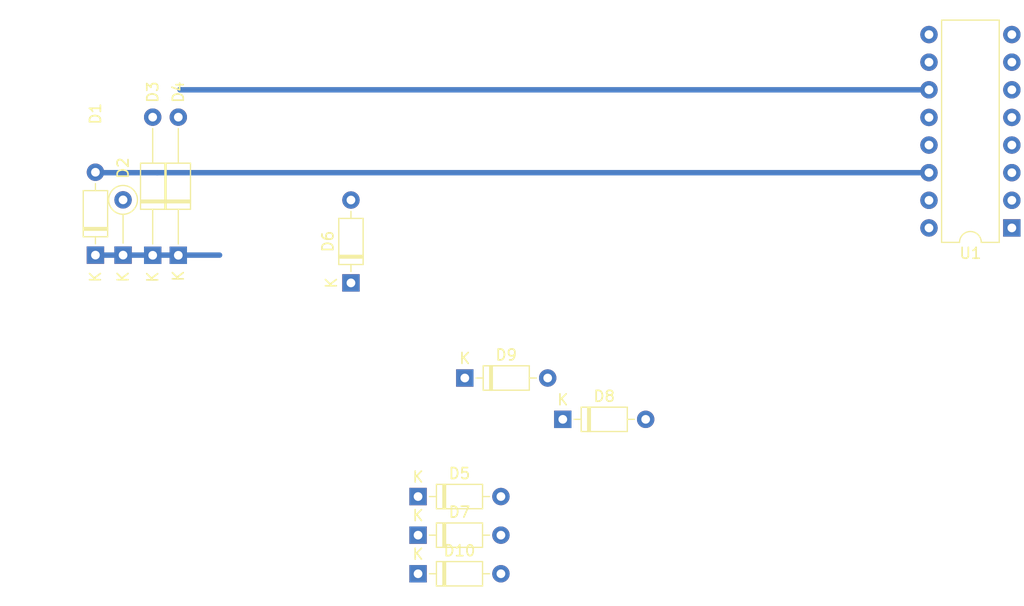
<source format=kicad_pcb>
(kicad_pcb (version 20171130) (host pcbnew "(5.1.10-1-10_14)")

  (general
    (thickness 1.6)
    (drawings 1)
    (tracks 7)
    (zones 0)
    (modules 11)
    (nets 23)
  )

  (page A4)
  (layers
    (0 F.Cu signal)
    (31 B.Cu signal)
    (32 B.Adhes user)
    (33 F.Adhes user)
    (34 B.Paste user)
    (35 F.Paste user)
    (36 B.SilkS user)
    (37 F.SilkS user)
    (38 B.Mask user)
    (39 F.Mask user)
    (40 Dwgs.User user)
    (41 Cmts.User user)
    (42 Eco1.User user)
    (43 Eco2.User user)
    (44 Edge.Cuts user)
    (45 Margin user)
    (46 B.CrtYd user)
    (47 F.CrtYd user)
    (48 B.Fab user)
    (49 F.Fab user)
  )

  (setup
    (last_trace_width 0.5)
    (user_trace_width 0.5)
    (trace_clearance 0.2)
    (zone_clearance 0.508)
    (zone_45_only no)
    (trace_min 0.2)
    (via_size 0.8)
    (via_drill 0.4)
    (via_min_size 0.4)
    (via_min_drill 0.3)
    (uvia_size 0.3)
    (uvia_drill 0.1)
    (uvias_allowed no)
    (uvia_min_size 0.2)
    (uvia_min_drill 0.1)
    (edge_width 0.05)
    (segment_width 0.2)
    (pcb_text_width 0.3)
    (pcb_text_size 1.5 1.5)
    (mod_edge_width 0.12)
    (mod_text_size 1 1)
    (mod_text_width 0.15)
    (pad_size 1.524 1.524)
    (pad_drill 0.762)
    (pad_to_mask_clearance 0)
    (aux_axis_origin 0 0)
    (visible_elements FFFFFF7F)
    (pcbplotparams
      (layerselection 0x010fc_ffffffff)
      (usegerberextensions false)
      (usegerberattributes true)
      (usegerberadvancedattributes true)
      (creategerberjobfile true)
      (excludeedgelayer true)
      (linewidth 0.100000)
      (plotframeref false)
      (viasonmask false)
      (mode 1)
      (useauxorigin false)
      (hpglpennumber 1)
      (hpglpenspeed 20)
      (hpglpendiameter 15.000000)
      (psnegative false)
      (psa4output false)
      (plotreference true)
      (plotvalue true)
      (plotinvisibletext false)
      (padsonsilk false)
      (subtractmaskfromsilk false)
      (outputformat 1)
      (mirror false)
      (drillshape 1)
      (scaleselection 1)
      (outputdirectory ""))
  )

  (net 0 "")
  (net 1 K3)
  (net 2 0)
  (net 3 K2)
  (net 4 K1)
  (net 5 K0)
  (net 6 1)
  (net 7 "Net-(D8-Pad2)")
  (net 8 4)
  (net 9 "Net-(D9-Pad2)")
  (net 10 "Net-(D10-Pad2)")
  (net 11 "Net-(U1-Pad16)")
  (net 12 "Net-(U1-Pad8)")
  (net 13 "Net-(U1-Pad7)")
  (net 14 "Net-(U1-Pad6)")
  (net 15 "Net-(U1-Pad5)")
  (net 16 "Net-(U1-Pad12)")
  (net 17 "Net-(U1-Pad4)")
  (net 18 "Net-(U1-Pad3)")
  (net 19 K4)
  (net 20 "Net-(U1-Pad2)")
  (net 21 "Net-(U1-Pad9)")
  (net 22 "Net-(U1-Pad1)")

  (net_class Default "This is the default net class."
    (clearance 0.2)
    (trace_width 0.25)
    (via_dia 0.8)
    (via_drill 0.4)
    (uvia_dia 0.3)
    (uvia_drill 0.1)
    (add_net 0)
    (add_net 1)
    (add_net 4)
    (add_net K0)
    (add_net K1)
    (add_net K2)
    (add_net K3)
    (add_net K4)
    (add_net "Net-(D10-Pad2)")
    (add_net "Net-(D8-Pad2)")
    (add_net "Net-(D9-Pad2)")
    (add_net "Net-(U1-Pad1)")
    (add_net "Net-(U1-Pad12)")
    (add_net "Net-(U1-Pad16)")
    (add_net "Net-(U1-Pad2)")
    (add_net "Net-(U1-Pad3)")
    (add_net "Net-(U1-Pad4)")
    (add_net "Net-(U1-Pad5)")
    (add_net "Net-(U1-Pad6)")
    (add_net "Net-(U1-Pad7)")
    (add_net "Net-(U1-Pad8)")
    (add_net "Net-(U1-Pad9)")
  )

  (module Diode_THT:D_DO-35_SOD27_P7.62mm_Horizontal (layer F.Cu) (tedit 5AE50CD5) (tstamp 60CFA384)
    (at 102.235 120 90)
    (descr "Diode, DO-35_SOD27 series, Axial, Horizontal, pin pitch=7.62mm, , length*diameter=4*2mm^2, , http://www.diodes.com/_files/packages/DO-35.pdf")
    (tags "Diode DO-35_SOD27 series Axial Horizontal pin pitch 7.62mm  length 4mm diameter 2mm")
    (path /793CA449)
    (fp_text reference D1 (at 13 0 90) (layer F.SilkS)
      (effects (font (size 1 1) (thickness 0.15)))
    )
    (fp_text value 1N914 (at 5.08 2.12 90) (layer F.Fab)
      (effects (font (size 1 1) (thickness 0.15)))
    )
    (fp_text user K (at -2 0 90) (layer F.SilkS)
      (effects (font (size 1 1) (thickness 0.15)))
    )
    (fp_text user K (at 0 -1.8 90) (layer F.Fab)
      (effects (font (size 1 1) (thickness 0.15)))
    )
    (fp_text user %R (at 5.38 0 90) (layer F.Fab)
      (effects (font (size 0.8 0.8) (thickness 0.12)))
    )
    (fp_line (start 1.81 -1) (end 1.81 1) (layer F.Fab) (width 0.1))
    (fp_line (start 1.81 1) (end 5.81 1) (layer F.Fab) (width 0.1))
    (fp_line (start 5.81 1) (end 5.81 -1) (layer F.Fab) (width 0.1))
    (fp_line (start 5.81 -1) (end 1.81 -1) (layer F.Fab) (width 0.1))
    (fp_line (start 0 0) (end 1.81 0) (layer F.Fab) (width 0.1))
    (fp_line (start 7.62 0) (end 5.81 0) (layer F.Fab) (width 0.1))
    (fp_line (start 2.41 -1) (end 2.41 1) (layer F.Fab) (width 0.1))
    (fp_line (start 2.51 -1) (end 2.51 1) (layer F.Fab) (width 0.1))
    (fp_line (start 2.31 -1) (end 2.31 1) (layer F.Fab) (width 0.1))
    (fp_line (start 1.69 -1.12) (end 1.69 1.12) (layer F.SilkS) (width 0.12))
    (fp_line (start 1.69 1.12) (end 5.93 1.12) (layer F.SilkS) (width 0.12))
    (fp_line (start 5.93 1.12) (end 5.93 -1.12) (layer F.SilkS) (width 0.12))
    (fp_line (start 5.93 -1.12) (end 1.69 -1.12) (layer F.SilkS) (width 0.12))
    (fp_line (start 1.04 0) (end 1.69 0) (layer F.SilkS) (width 0.12))
    (fp_line (start 6.58 0) (end 5.93 0) (layer F.SilkS) (width 0.12))
    (fp_line (start 2.41 -1.12) (end 2.41 1.12) (layer F.SilkS) (width 0.12))
    (fp_line (start 2.53 -1.12) (end 2.53 1.12) (layer F.SilkS) (width 0.12))
    (fp_line (start 2.29 -1.12) (end 2.29 1.12) (layer F.SilkS) (width 0.12))
    (fp_line (start -1.05 -1.25) (end -1.05 1.25) (layer F.CrtYd) (width 0.05))
    (fp_line (start -1.05 1.25) (end 8.67 1.25) (layer F.CrtYd) (width 0.05))
    (fp_line (start 8.67 1.25) (end 8.67 -1.25) (layer F.CrtYd) (width 0.05))
    (fp_line (start 8.67 -1.25) (end -1.05 -1.25) (layer F.CrtYd) (width 0.05))
    (pad 2 thru_hole oval (at 7.62 0 90) (size 1.6 1.6) (drill 0.8) (layers *.Cu *.Mask)
      (net 4 K1))
    (pad 1 thru_hole rect (at 0 0 90) (size 1.6 1.6) (drill 0.8) (layers *.Cu *.Mask)
      (net 2 0))
    (model ${KISYS3DMOD}/Diode_THT.3dshapes/D_DO-35_SOD27_P7.62mm_Horizontal.wrl
      (at (xyz 0 0 0))
      (scale (xyz 1 1 1))
      (rotate (xyz 0 0 0))
    )
  )

  (module Diode_THT:D_DO-35_SOD27_P12.70mm_Horizontal (layer F.Cu) (tedit 5AE50CD5) (tstamp 60CFA3D3)
    (at 109.855 120.015 90)
    (descr "Diode, DO-35_SOD27 series, Axial, Horizontal, pin pitch=12.7mm, , length*diameter=4*2mm^2, , http://www.diodes.com/_files/packages/DO-35.pdf")
    (tags "Diode DO-35_SOD27 series Axial Horizontal pin pitch 12.7mm  length 4mm diameter 2mm")
    (path /793CD23C)
    (fp_text reference D4 (at 15 0 90) (layer F.SilkS)
      (effects (font (size 1 1) (thickness 0.15)))
    )
    (fp_text value 1N914 (at 5.08 2.12 90) (layer F.Fab)
      (effects (font (size 1 1) (thickness 0.15)))
    )
    (fp_text user K (at -1.905 0 90) (layer F.SilkS)
      (effects (font (size 1 1) (thickness 0.15)))
    )
    (fp_text user K (at 0 -1.8 90) (layer F.Fab)
      (effects (font (size 1 1) (thickness 0.15)))
    )
    (fp_text user %R (at 5.38 0 90) (layer F.Fab)
      (effects (font (size 0.8 0.8) (thickness 0.12)))
    )
    (fp_line (start 4.35 -1) (end 4.35 1) (layer F.Fab) (width 0.1))
    (fp_line (start 4.35 1) (end 8.35 1) (layer F.Fab) (width 0.1))
    (fp_line (start 8.35 1) (end 8.35 -1) (layer F.Fab) (width 0.1))
    (fp_line (start 8.35 -1) (end 4.35 -1) (layer F.Fab) (width 0.1))
    (fp_line (start 0 0) (end 4.35 0) (layer F.Fab) (width 0.1))
    (fp_line (start 12.7 0) (end 8.35 0) (layer F.Fab) (width 0.1))
    (fp_line (start 4.95 -1) (end 4.95 1) (layer F.Fab) (width 0.1))
    (fp_line (start 5.05 -1) (end 5.05 1) (layer F.Fab) (width 0.1))
    (fp_line (start 4.85 -1) (end 4.85 1) (layer F.Fab) (width 0.1))
    (fp_line (start 4.23 -1.12) (end 4.23 1.12) (layer F.SilkS) (width 0.12))
    (fp_line (start 4.23 1.12) (end 8.47 1.12) (layer F.SilkS) (width 0.12))
    (fp_line (start 8.47 1.12) (end 8.47 -1.12) (layer F.SilkS) (width 0.12))
    (fp_line (start 8.47 -1.12) (end 4.23 -1.12) (layer F.SilkS) (width 0.12))
    (fp_line (start 1.04 0) (end 4.23 0) (layer F.SilkS) (width 0.12))
    (fp_line (start 11.66 0) (end 8.47 0) (layer F.SilkS) (width 0.12))
    (fp_line (start 4.95 -1.12) (end 4.95 1.12) (layer F.SilkS) (width 0.12))
    (fp_line (start 5.07 -1.12) (end 5.07 1.12) (layer F.SilkS) (width 0.12))
    (fp_line (start 4.83 -1.12) (end 4.83 1.12) (layer F.SilkS) (width 0.12))
    (fp_line (start -1.05 -1.25) (end -1.05 1.25) (layer F.CrtYd) (width 0.05))
    (fp_line (start -1.05 1.25) (end 13.75 1.25) (layer F.CrtYd) (width 0.05))
    (fp_line (start 13.75 1.25) (end 13.75 -1.25) (layer F.CrtYd) (width 0.05))
    (fp_line (start 13.75 -1.25) (end -1.05 -1.25) (layer F.CrtYd) (width 0.05))
    (pad 2 thru_hole oval (at 12.7 0 90) (size 1.6 1.6) (drill 0.8) (layers *.Cu *.Mask)
      (net 1 K3))
    (pad 1 thru_hole rect (at 0 0 90) (size 1.6 1.6) (drill 0.8) (layers *.Cu *.Mask)
      (net 2 0))
    (model ${KISYS3DMOD}/Diode_THT.3dshapes/D_DO-35_SOD27_P12.70mm_Horizontal.wrl
      (at (xyz 0 0 0))
      (scale (xyz 1 1 1))
      (rotate (xyz 0 0 0))
    )
  )

  (module Package_DIP:DIP-16_W7.62mm (layer F.Cu) (tedit 5A02E8C5) (tstamp 60CFA4B1)
    (at 186.5 117.5 180)
    (descr "16-lead though-hole mounted DIP package, row spacing 7.62 mm (300 mils)")
    (tags "THT DIP DIL PDIP 2.54mm 7.62mm 300mil")
    (path /793C94A4)
    (fp_text reference U1 (at 3.81 -2.33) (layer F.SilkS)
      (effects (font (size 1 1) (thickness 0.15)))
    )
    (fp_text value 7496 (at 3.81 20.11) (layer F.Fab)
      (effects (font (size 1 1) (thickness 0.15)))
    )
    (fp_text user %R (at 3.81 8.89) (layer F.Fab)
      (effects (font (size 1 1) (thickness 0.15)))
    )
    (fp_arc (start 3.81 -1.33) (end 2.81 -1.33) (angle -180) (layer F.SilkS) (width 0.12))
    (fp_line (start 1.635 -1.27) (end 6.985 -1.27) (layer F.Fab) (width 0.1))
    (fp_line (start 6.985 -1.27) (end 6.985 19.05) (layer F.Fab) (width 0.1))
    (fp_line (start 6.985 19.05) (end 0.635 19.05) (layer F.Fab) (width 0.1))
    (fp_line (start 0.635 19.05) (end 0.635 -0.27) (layer F.Fab) (width 0.1))
    (fp_line (start 0.635 -0.27) (end 1.635 -1.27) (layer F.Fab) (width 0.1))
    (fp_line (start 2.81 -1.33) (end 1.16 -1.33) (layer F.SilkS) (width 0.12))
    (fp_line (start 1.16 -1.33) (end 1.16 19.11) (layer F.SilkS) (width 0.12))
    (fp_line (start 1.16 19.11) (end 6.46 19.11) (layer F.SilkS) (width 0.12))
    (fp_line (start 6.46 19.11) (end 6.46 -1.33) (layer F.SilkS) (width 0.12))
    (fp_line (start 6.46 -1.33) (end 4.81 -1.33) (layer F.SilkS) (width 0.12))
    (fp_line (start -1.1 -1.55) (end -1.1 19.3) (layer F.CrtYd) (width 0.05))
    (fp_line (start -1.1 19.3) (end 8.7 19.3) (layer F.CrtYd) (width 0.05))
    (fp_line (start 8.7 19.3) (end 8.7 -1.55) (layer F.CrtYd) (width 0.05))
    (fp_line (start 8.7 -1.55) (end -1.1 -1.55) (layer F.CrtYd) (width 0.05))
    (pad 16 thru_hole oval (at 7.62 0 180) (size 1.6 1.6) (drill 0.8) (layers *.Cu *.Mask)
      (net 11 "Net-(U1-Pad16)"))
    (pad 8 thru_hole oval (at 0 17.78 180) (size 1.6 1.6) (drill 0.8) (layers *.Cu *.Mask)
      (net 12 "Net-(U1-Pad8)"))
    (pad 15 thru_hole oval (at 7.62 2.54 180) (size 1.6 1.6) (drill 0.8) (layers *.Cu *.Mask)
      (net 5 K0))
    (pad 7 thru_hole oval (at 0 15.24 180) (size 1.6 1.6) (drill 0.8) (layers *.Cu *.Mask)
      (net 13 "Net-(U1-Pad7)"))
    (pad 14 thru_hole oval (at 7.62 5.08 180) (size 1.6 1.6) (drill 0.8) (layers *.Cu *.Mask)
      (net 4 K1))
    (pad 6 thru_hole oval (at 0 12.7 180) (size 1.6 1.6) (drill 0.8) (layers *.Cu *.Mask)
      (net 14 "Net-(U1-Pad6)"))
    (pad 13 thru_hole oval (at 7.62 7.62 180) (size 1.6 1.6) (drill 0.8) (layers *.Cu *.Mask)
      (net 3 K2))
    (pad 5 thru_hole oval (at 0 10.16 180) (size 1.6 1.6) (drill 0.8) (layers *.Cu *.Mask)
      (net 15 "Net-(U1-Pad5)"))
    (pad 12 thru_hole oval (at 7.62 10.16 180) (size 1.6 1.6) (drill 0.8) (layers *.Cu *.Mask)
      (net 16 "Net-(U1-Pad12)"))
    (pad 4 thru_hole oval (at 0 7.62 180) (size 1.6 1.6) (drill 0.8) (layers *.Cu *.Mask)
      (net 17 "Net-(U1-Pad4)"))
    (pad 11 thru_hole oval (at 7.62 12.7 180) (size 1.6 1.6) (drill 0.8) (layers *.Cu *.Mask)
      (net 1 K3))
    (pad 3 thru_hole oval (at 0 5.08 180) (size 1.6 1.6) (drill 0.8) (layers *.Cu *.Mask)
      (net 18 "Net-(U1-Pad3)"))
    (pad 10 thru_hole oval (at 7.62 15.24 180) (size 1.6 1.6) (drill 0.8) (layers *.Cu *.Mask)
      (net 19 K4))
    (pad 2 thru_hole oval (at 0 2.54 180) (size 1.6 1.6) (drill 0.8) (layers *.Cu *.Mask)
      (net 20 "Net-(U1-Pad2)"))
    (pad 9 thru_hole oval (at 7.62 17.78 180) (size 1.6 1.6) (drill 0.8) (layers *.Cu *.Mask)
      (net 21 "Net-(U1-Pad9)"))
    (pad 1 thru_hole rect (at 0 0 180) (size 1.6 1.6) (drill 0.8) (layers *.Cu *.Mask)
      (net 22 "Net-(U1-Pad1)"))
    (model ${KISYS3DMOD}/Package_DIP.3dshapes/DIP-16_W7.62mm.wrl
      (at (xyz 0 0 0))
      (scale (xyz 1 1 1))
      (rotate (xyz 0 0 0))
    )
  )

  (module Diode_THT:D_DO-35_SOD27_P7.62mm_Horizontal (layer F.Cu) (tedit 5AE50CD5) (tstamp 60CFA48D)
    (at 131.9 149.3)
    (descr "Diode, DO-35_SOD27 series, Axial, Horizontal, pin pitch=7.62mm, , length*diameter=4*2mm^2, , http://www.diodes.com/_files/packages/DO-35.pdf")
    (tags "Diode DO-35_SOD27 series Axial Horizontal pin pitch 7.62mm  length 4mm diameter 2mm")
    (path /793E4A6F)
    (fp_text reference D10 (at 3.81 -2.12) (layer F.SilkS)
      (effects (font (size 1 1) (thickness 0.15)))
    )
    (fp_text value 1N914 (at 3.81 2.12) (layer F.Fab)
      (effects (font (size 1 1) (thickness 0.15)))
    )
    (fp_text user K (at 0 -1.8) (layer F.SilkS)
      (effects (font (size 1 1) (thickness 0.15)))
    )
    (fp_text user K (at 0 -1.8) (layer F.Fab)
      (effects (font (size 1 1) (thickness 0.15)))
    )
    (fp_text user %R (at 4.11 0) (layer F.Fab)
      (effects (font (size 0.8 0.8) (thickness 0.12)))
    )
    (fp_line (start 1.81 -1) (end 1.81 1) (layer F.Fab) (width 0.1))
    (fp_line (start 1.81 1) (end 5.81 1) (layer F.Fab) (width 0.1))
    (fp_line (start 5.81 1) (end 5.81 -1) (layer F.Fab) (width 0.1))
    (fp_line (start 5.81 -1) (end 1.81 -1) (layer F.Fab) (width 0.1))
    (fp_line (start 0 0) (end 1.81 0) (layer F.Fab) (width 0.1))
    (fp_line (start 7.62 0) (end 5.81 0) (layer F.Fab) (width 0.1))
    (fp_line (start 2.41 -1) (end 2.41 1) (layer F.Fab) (width 0.1))
    (fp_line (start 2.51 -1) (end 2.51 1) (layer F.Fab) (width 0.1))
    (fp_line (start 2.31 -1) (end 2.31 1) (layer F.Fab) (width 0.1))
    (fp_line (start 1.69 -1.12) (end 1.69 1.12) (layer F.SilkS) (width 0.12))
    (fp_line (start 1.69 1.12) (end 5.93 1.12) (layer F.SilkS) (width 0.12))
    (fp_line (start 5.93 1.12) (end 5.93 -1.12) (layer F.SilkS) (width 0.12))
    (fp_line (start 5.93 -1.12) (end 1.69 -1.12) (layer F.SilkS) (width 0.12))
    (fp_line (start 1.04 0) (end 1.69 0) (layer F.SilkS) (width 0.12))
    (fp_line (start 6.58 0) (end 5.93 0) (layer F.SilkS) (width 0.12))
    (fp_line (start 2.41 -1.12) (end 2.41 1.12) (layer F.SilkS) (width 0.12))
    (fp_line (start 2.53 -1.12) (end 2.53 1.12) (layer F.SilkS) (width 0.12))
    (fp_line (start 2.29 -1.12) (end 2.29 1.12) (layer F.SilkS) (width 0.12))
    (fp_line (start -1.05 -1.25) (end -1.05 1.25) (layer F.CrtYd) (width 0.05))
    (fp_line (start -1.05 1.25) (end 8.67 1.25) (layer F.CrtYd) (width 0.05))
    (fp_line (start 8.67 1.25) (end 8.67 -1.25) (layer F.CrtYd) (width 0.05))
    (fp_line (start 8.67 -1.25) (end -1.05 -1.25) (layer F.CrtYd) (width 0.05))
    (pad 2 thru_hole oval (at 7.62 0) (size 1.6 1.6) (drill 0.8) (layers *.Cu *.Mask)
      (net 10 "Net-(D10-Pad2)"))
    (pad 1 thru_hole rect (at 0 0) (size 1.6 1.6) (drill 0.8) (layers *.Cu *.Mask)
      (net 8 4))
    (model ${KISYS3DMOD}/Diode_THT.3dshapes/D_DO-35_SOD27_P7.62mm_Horizontal.wrl
      (at (xyz 0 0 0))
      (scale (xyz 1 1 1))
      (rotate (xyz 0 0 0))
    )
  )

  (module Diode_THT:D_DO-35_SOD27_P7.62mm_Horizontal (layer F.Cu) (tedit 5AE50CD5) (tstamp 60CFA46E)
    (at 136.2 131.3)
    (descr "Diode, DO-35_SOD27 series, Axial, Horizontal, pin pitch=7.62mm, , length*diameter=4*2mm^2, , http://www.diodes.com/_files/packages/DO-35.pdf")
    (tags "Diode DO-35_SOD27 series Axial Horizontal pin pitch 7.62mm  length 4mm diameter 2mm")
    (path /793E4681)
    (fp_text reference D9 (at 3.81 -2.12) (layer F.SilkS)
      (effects (font (size 1 1) (thickness 0.15)))
    )
    (fp_text value 1N914 (at 3.81 2.12) (layer F.Fab)
      (effects (font (size 1 1) (thickness 0.15)))
    )
    (fp_text user K (at 0 -1.8) (layer F.SilkS)
      (effects (font (size 1 1) (thickness 0.15)))
    )
    (fp_text user K (at 0 -1.8) (layer F.Fab)
      (effects (font (size 1 1) (thickness 0.15)))
    )
    (fp_text user %R (at 4.11 0) (layer F.Fab)
      (effects (font (size 0.8 0.8) (thickness 0.12)))
    )
    (fp_line (start 1.81 -1) (end 1.81 1) (layer F.Fab) (width 0.1))
    (fp_line (start 1.81 1) (end 5.81 1) (layer F.Fab) (width 0.1))
    (fp_line (start 5.81 1) (end 5.81 -1) (layer F.Fab) (width 0.1))
    (fp_line (start 5.81 -1) (end 1.81 -1) (layer F.Fab) (width 0.1))
    (fp_line (start 0 0) (end 1.81 0) (layer F.Fab) (width 0.1))
    (fp_line (start 7.62 0) (end 5.81 0) (layer F.Fab) (width 0.1))
    (fp_line (start 2.41 -1) (end 2.41 1) (layer F.Fab) (width 0.1))
    (fp_line (start 2.51 -1) (end 2.51 1) (layer F.Fab) (width 0.1))
    (fp_line (start 2.31 -1) (end 2.31 1) (layer F.Fab) (width 0.1))
    (fp_line (start 1.69 -1.12) (end 1.69 1.12) (layer F.SilkS) (width 0.12))
    (fp_line (start 1.69 1.12) (end 5.93 1.12) (layer F.SilkS) (width 0.12))
    (fp_line (start 5.93 1.12) (end 5.93 -1.12) (layer F.SilkS) (width 0.12))
    (fp_line (start 5.93 -1.12) (end 1.69 -1.12) (layer F.SilkS) (width 0.12))
    (fp_line (start 1.04 0) (end 1.69 0) (layer F.SilkS) (width 0.12))
    (fp_line (start 6.58 0) (end 5.93 0) (layer F.SilkS) (width 0.12))
    (fp_line (start 2.41 -1.12) (end 2.41 1.12) (layer F.SilkS) (width 0.12))
    (fp_line (start 2.53 -1.12) (end 2.53 1.12) (layer F.SilkS) (width 0.12))
    (fp_line (start 2.29 -1.12) (end 2.29 1.12) (layer F.SilkS) (width 0.12))
    (fp_line (start -1.05 -1.25) (end -1.05 1.25) (layer F.CrtYd) (width 0.05))
    (fp_line (start -1.05 1.25) (end 8.67 1.25) (layer F.CrtYd) (width 0.05))
    (fp_line (start 8.67 1.25) (end 8.67 -1.25) (layer F.CrtYd) (width 0.05))
    (fp_line (start 8.67 -1.25) (end -1.05 -1.25) (layer F.CrtYd) (width 0.05))
    (pad 2 thru_hole oval (at 7.62 0) (size 1.6 1.6) (drill 0.8) (layers *.Cu *.Mask)
      (net 9 "Net-(D9-Pad2)"))
    (pad 1 thru_hole rect (at 0 0) (size 1.6 1.6) (drill 0.8) (layers *.Cu *.Mask)
      (net 8 4))
    (model ${KISYS3DMOD}/Diode_THT.3dshapes/D_DO-35_SOD27_P7.62mm_Horizontal.wrl
      (at (xyz 0 0 0))
      (scale (xyz 1 1 1))
      (rotate (xyz 0 0 0))
    )
  )

  (module Diode_THT:D_DO-35_SOD27_P7.62mm_Horizontal (layer F.Cu) (tedit 5AE50CD5) (tstamp 60CFA44F)
    (at 145.21 135.1)
    (descr "Diode, DO-35_SOD27 series, Axial, Horizontal, pin pitch=7.62mm, , length*diameter=4*2mm^2, , http://www.diodes.com/_files/packages/DO-35.pdf")
    (tags "Diode DO-35_SOD27 series Axial Horizontal pin pitch 7.62mm  length 4mm diameter 2mm")
    (path /793E3AC9)
    (fp_text reference D8 (at 3.81 -2.12) (layer F.SilkS)
      (effects (font (size 1 1) (thickness 0.15)))
    )
    (fp_text value 1N914 (at 3.81 2.12) (layer F.Fab)
      (effects (font (size 1 1) (thickness 0.15)))
    )
    (fp_text user K (at 0 -1.8) (layer F.SilkS)
      (effects (font (size 1 1) (thickness 0.15)))
    )
    (fp_text user K (at 0 -1.8) (layer F.Fab)
      (effects (font (size 1 1) (thickness 0.15)))
    )
    (fp_text user %R (at 4.11 0) (layer F.Fab)
      (effects (font (size 0.8 0.8) (thickness 0.12)))
    )
    (fp_line (start 1.81 -1) (end 1.81 1) (layer F.Fab) (width 0.1))
    (fp_line (start 1.81 1) (end 5.81 1) (layer F.Fab) (width 0.1))
    (fp_line (start 5.81 1) (end 5.81 -1) (layer F.Fab) (width 0.1))
    (fp_line (start 5.81 -1) (end 1.81 -1) (layer F.Fab) (width 0.1))
    (fp_line (start 0 0) (end 1.81 0) (layer F.Fab) (width 0.1))
    (fp_line (start 7.62 0) (end 5.81 0) (layer F.Fab) (width 0.1))
    (fp_line (start 2.41 -1) (end 2.41 1) (layer F.Fab) (width 0.1))
    (fp_line (start 2.51 -1) (end 2.51 1) (layer F.Fab) (width 0.1))
    (fp_line (start 2.31 -1) (end 2.31 1) (layer F.Fab) (width 0.1))
    (fp_line (start 1.69 -1.12) (end 1.69 1.12) (layer F.SilkS) (width 0.12))
    (fp_line (start 1.69 1.12) (end 5.93 1.12) (layer F.SilkS) (width 0.12))
    (fp_line (start 5.93 1.12) (end 5.93 -1.12) (layer F.SilkS) (width 0.12))
    (fp_line (start 5.93 -1.12) (end 1.69 -1.12) (layer F.SilkS) (width 0.12))
    (fp_line (start 1.04 0) (end 1.69 0) (layer F.SilkS) (width 0.12))
    (fp_line (start 6.58 0) (end 5.93 0) (layer F.SilkS) (width 0.12))
    (fp_line (start 2.41 -1.12) (end 2.41 1.12) (layer F.SilkS) (width 0.12))
    (fp_line (start 2.53 -1.12) (end 2.53 1.12) (layer F.SilkS) (width 0.12))
    (fp_line (start 2.29 -1.12) (end 2.29 1.12) (layer F.SilkS) (width 0.12))
    (fp_line (start -1.05 -1.25) (end -1.05 1.25) (layer F.CrtYd) (width 0.05))
    (fp_line (start -1.05 1.25) (end 8.67 1.25) (layer F.CrtYd) (width 0.05))
    (fp_line (start 8.67 1.25) (end 8.67 -1.25) (layer F.CrtYd) (width 0.05))
    (fp_line (start 8.67 -1.25) (end -1.05 -1.25) (layer F.CrtYd) (width 0.05))
    (pad 2 thru_hole oval (at 7.62 0) (size 1.6 1.6) (drill 0.8) (layers *.Cu *.Mask)
      (net 7 "Net-(D8-Pad2)"))
    (pad 1 thru_hole rect (at 0 0) (size 1.6 1.6) (drill 0.8) (layers *.Cu *.Mask)
      (net 8 4))
    (model ${KISYS3DMOD}/Diode_THT.3dshapes/D_DO-35_SOD27_P7.62mm_Horizontal.wrl
      (at (xyz 0 0 0))
      (scale (xyz 1 1 1))
      (rotate (xyz 0 0 0))
    )
  )

  (module Diode_THT:D_DO-35_SOD27_P7.62mm_Horizontal (layer F.Cu) (tedit 5AE50CD5) (tstamp 60CFA430)
    (at 131.9 145.75)
    (descr "Diode, DO-35_SOD27 series, Axial, Horizontal, pin pitch=7.62mm, , length*diameter=4*2mm^2, , http://www.diodes.com/_files/packages/DO-35.pdf")
    (tags "Diode DO-35_SOD27 series Axial Horizontal pin pitch 7.62mm  length 4mm diameter 2mm")
    (path /793DFD75)
    (fp_text reference D7 (at 3.81 -2.12) (layer F.SilkS)
      (effects (font (size 1 1) (thickness 0.15)))
    )
    (fp_text value 1N914 (at 3.81 2.12) (layer F.Fab)
      (effects (font (size 1 1) (thickness 0.15)))
    )
    (fp_text user K (at 0 -1.8) (layer F.SilkS)
      (effects (font (size 1 1) (thickness 0.15)))
    )
    (fp_text user K (at 0 -1.8) (layer F.Fab)
      (effects (font (size 1 1) (thickness 0.15)))
    )
    (fp_text user %R (at 4.11 0) (layer F.Fab)
      (effects (font (size 0.8 0.8) (thickness 0.12)))
    )
    (fp_line (start 1.81 -1) (end 1.81 1) (layer F.Fab) (width 0.1))
    (fp_line (start 1.81 1) (end 5.81 1) (layer F.Fab) (width 0.1))
    (fp_line (start 5.81 1) (end 5.81 -1) (layer F.Fab) (width 0.1))
    (fp_line (start 5.81 -1) (end 1.81 -1) (layer F.Fab) (width 0.1))
    (fp_line (start 0 0) (end 1.81 0) (layer F.Fab) (width 0.1))
    (fp_line (start 7.62 0) (end 5.81 0) (layer F.Fab) (width 0.1))
    (fp_line (start 2.41 -1) (end 2.41 1) (layer F.Fab) (width 0.1))
    (fp_line (start 2.51 -1) (end 2.51 1) (layer F.Fab) (width 0.1))
    (fp_line (start 2.31 -1) (end 2.31 1) (layer F.Fab) (width 0.1))
    (fp_line (start 1.69 -1.12) (end 1.69 1.12) (layer F.SilkS) (width 0.12))
    (fp_line (start 1.69 1.12) (end 5.93 1.12) (layer F.SilkS) (width 0.12))
    (fp_line (start 5.93 1.12) (end 5.93 -1.12) (layer F.SilkS) (width 0.12))
    (fp_line (start 5.93 -1.12) (end 1.69 -1.12) (layer F.SilkS) (width 0.12))
    (fp_line (start 1.04 0) (end 1.69 0) (layer F.SilkS) (width 0.12))
    (fp_line (start 6.58 0) (end 5.93 0) (layer F.SilkS) (width 0.12))
    (fp_line (start 2.41 -1.12) (end 2.41 1.12) (layer F.SilkS) (width 0.12))
    (fp_line (start 2.53 -1.12) (end 2.53 1.12) (layer F.SilkS) (width 0.12))
    (fp_line (start 2.29 -1.12) (end 2.29 1.12) (layer F.SilkS) (width 0.12))
    (fp_line (start -1.05 -1.25) (end -1.05 1.25) (layer F.CrtYd) (width 0.05))
    (fp_line (start -1.05 1.25) (end 8.67 1.25) (layer F.CrtYd) (width 0.05))
    (fp_line (start 8.67 1.25) (end 8.67 -1.25) (layer F.CrtYd) (width 0.05))
    (fp_line (start 8.67 -1.25) (end -1.05 -1.25) (layer F.CrtYd) (width 0.05))
    (pad 2 thru_hole oval (at 7.62 0) (size 1.6 1.6) (drill 0.8) (layers *.Cu *.Mask)
      (net 4 K1))
    (pad 1 thru_hole rect (at 0 0) (size 1.6 1.6) (drill 0.8) (layers *.Cu *.Mask)
      (net 6 1))
    (model ${KISYS3DMOD}/Diode_THT.3dshapes/D_DO-35_SOD27_P7.62mm_Horizontal.wrl
      (at (xyz 0 0 0))
      (scale (xyz 1 1 1))
      (rotate (xyz 0 0 0))
    )
  )

  (module Diode_THT:D_DO-35_SOD27_P7.62mm_Horizontal (layer F.Cu) (tedit 5AE50CD5) (tstamp 60CFA411)
    (at 125.73 122.555 90)
    (descr "Diode, DO-35_SOD27 series, Axial, Horizontal, pin pitch=7.62mm, , length*diameter=4*2mm^2, , http://www.diodes.com/_files/packages/DO-35.pdf")
    (tags "Diode DO-35_SOD27 series Axial Horizontal pin pitch 7.62mm  length 4mm diameter 2mm")
    (path /793DF2E7)
    (fp_text reference D6 (at 3.81 -2.12 90) (layer F.SilkS)
      (effects (font (size 1 1) (thickness 0.15)))
    )
    (fp_text value 1N914 (at 3.81 2.12 90) (layer F.Fab)
      (effects (font (size 1 1) (thickness 0.15)))
    )
    (fp_text user K (at 0 -1.8 90) (layer F.SilkS)
      (effects (font (size 1 1) (thickness 0.15)))
    )
    (fp_text user K (at 0 -1.8 90) (layer F.Fab)
      (effects (font (size 1 1) (thickness 0.15)))
    )
    (fp_text user %R (at 4.11 0 90) (layer F.Fab)
      (effects (font (size 0.8 0.8) (thickness 0.12)))
    )
    (fp_line (start 1.81 -1) (end 1.81 1) (layer F.Fab) (width 0.1))
    (fp_line (start 1.81 1) (end 5.81 1) (layer F.Fab) (width 0.1))
    (fp_line (start 5.81 1) (end 5.81 -1) (layer F.Fab) (width 0.1))
    (fp_line (start 5.81 -1) (end 1.81 -1) (layer F.Fab) (width 0.1))
    (fp_line (start 0 0) (end 1.81 0) (layer F.Fab) (width 0.1))
    (fp_line (start 7.62 0) (end 5.81 0) (layer F.Fab) (width 0.1))
    (fp_line (start 2.41 -1) (end 2.41 1) (layer F.Fab) (width 0.1))
    (fp_line (start 2.51 -1) (end 2.51 1) (layer F.Fab) (width 0.1))
    (fp_line (start 2.31 -1) (end 2.31 1) (layer F.Fab) (width 0.1))
    (fp_line (start 1.69 -1.12) (end 1.69 1.12) (layer F.SilkS) (width 0.12))
    (fp_line (start 1.69 1.12) (end 5.93 1.12) (layer F.SilkS) (width 0.12))
    (fp_line (start 5.93 1.12) (end 5.93 -1.12) (layer F.SilkS) (width 0.12))
    (fp_line (start 5.93 -1.12) (end 1.69 -1.12) (layer F.SilkS) (width 0.12))
    (fp_line (start 1.04 0) (end 1.69 0) (layer F.SilkS) (width 0.12))
    (fp_line (start 6.58 0) (end 5.93 0) (layer F.SilkS) (width 0.12))
    (fp_line (start 2.41 -1.12) (end 2.41 1.12) (layer F.SilkS) (width 0.12))
    (fp_line (start 2.53 -1.12) (end 2.53 1.12) (layer F.SilkS) (width 0.12))
    (fp_line (start 2.29 -1.12) (end 2.29 1.12) (layer F.SilkS) (width 0.12))
    (fp_line (start -1.05 -1.25) (end -1.05 1.25) (layer F.CrtYd) (width 0.05))
    (fp_line (start -1.05 1.25) (end 8.67 1.25) (layer F.CrtYd) (width 0.05))
    (fp_line (start 8.67 1.25) (end 8.67 -1.25) (layer F.CrtYd) (width 0.05))
    (fp_line (start 8.67 -1.25) (end -1.05 -1.25) (layer F.CrtYd) (width 0.05))
    (pad 2 thru_hole oval (at 7.62 0 90) (size 1.6 1.6) (drill 0.8) (layers *.Cu *.Mask)
      (net 3 K2))
    (pad 1 thru_hole rect (at 0 0 90) (size 1.6 1.6) (drill 0.8) (layers *.Cu *.Mask)
      (net 6 1))
    (model ${KISYS3DMOD}/Diode_THT.3dshapes/D_DO-35_SOD27_P7.62mm_Horizontal.wrl
      (at (xyz 0 0 0))
      (scale (xyz 1 1 1))
      (rotate (xyz 0 0 0))
    )
  )

  (module Diode_THT:D_DO-35_SOD27_P7.62mm_Horizontal (layer F.Cu) (tedit 5AE50CD5) (tstamp 60CFA3F2)
    (at 131.9 142.2)
    (descr "Diode, DO-35_SOD27 series, Axial, Horizontal, pin pitch=7.62mm, , length*diameter=4*2mm^2, , http://www.diodes.com/_files/packages/DO-35.pdf")
    (tags "Diode DO-35_SOD27 series Axial Horizontal pin pitch 7.62mm  length 4mm diameter 2mm")
    (path /793DEA1C)
    (fp_text reference D5 (at 3.81 -2.12) (layer F.SilkS)
      (effects (font (size 1 1) (thickness 0.15)))
    )
    (fp_text value 1N914 (at 3.81 2.12) (layer F.Fab)
      (effects (font (size 1 1) (thickness 0.15)))
    )
    (fp_text user K (at 0 -1.8) (layer F.SilkS)
      (effects (font (size 1 1) (thickness 0.15)))
    )
    (fp_text user K (at 0 -1.8) (layer F.Fab)
      (effects (font (size 1 1) (thickness 0.15)))
    )
    (fp_text user %R (at 4.11 0) (layer F.Fab)
      (effects (font (size 0.8 0.8) (thickness 0.12)))
    )
    (fp_line (start 1.81 -1) (end 1.81 1) (layer F.Fab) (width 0.1))
    (fp_line (start 1.81 1) (end 5.81 1) (layer F.Fab) (width 0.1))
    (fp_line (start 5.81 1) (end 5.81 -1) (layer F.Fab) (width 0.1))
    (fp_line (start 5.81 -1) (end 1.81 -1) (layer F.Fab) (width 0.1))
    (fp_line (start 0 0) (end 1.81 0) (layer F.Fab) (width 0.1))
    (fp_line (start 7.62 0) (end 5.81 0) (layer F.Fab) (width 0.1))
    (fp_line (start 2.41 -1) (end 2.41 1) (layer F.Fab) (width 0.1))
    (fp_line (start 2.51 -1) (end 2.51 1) (layer F.Fab) (width 0.1))
    (fp_line (start 2.31 -1) (end 2.31 1) (layer F.Fab) (width 0.1))
    (fp_line (start 1.69 -1.12) (end 1.69 1.12) (layer F.SilkS) (width 0.12))
    (fp_line (start 1.69 1.12) (end 5.93 1.12) (layer F.SilkS) (width 0.12))
    (fp_line (start 5.93 1.12) (end 5.93 -1.12) (layer F.SilkS) (width 0.12))
    (fp_line (start 5.93 -1.12) (end 1.69 -1.12) (layer F.SilkS) (width 0.12))
    (fp_line (start 1.04 0) (end 1.69 0) (layer F.SilkS) (width 0.12))
    (fp_line (start 6.58 0) (end 5.93 0) (layer F.SilkS) (width 0.12))
    (fp_line (start 2.41 -1.12) (end 2.41 1.12) (layer F.SilkS) (width 0.12))
    (fp_line (start 2.53 -1.12) (end 2.53 1.12) (layer F.SilkS) (width 0.12))
    (fp_line (start 2.29 -1.12) (end 2.29 1.12) (layer F.SilkS) (width 0.12))
    (fp_line (start -1.05 -1.25) (end -1.05 1.25) (layer F.CrtYd) (width 0.05))
    (fp_line (start -1.05 1.25) (end 8.67 1.25) (layer F.CrtYd) (width 0.05))
    (fp_line (start 8.67 1.25) (end 8.67 -1.25) (layer F.CrtYd) (width 0.05))
    (fp_line (start 8.67 -1.25) (end -1.05 -1.25) (layer F.CrtYd) (width 0.05))
    (pad 2 thru_hole oval (at 7.62 0) (size 1.6 1.6) (drill 0.8) (layers *.Cu *.Mask)
      (net 1 K3))
    (pad 1 thru_hole rect (at 0 0) (size 1.6 1.6) (drill 0.8) (layers *.Cu *.Mask)
      (net 6 1))
    (model ${KISYS3DMOD}/Diode_THT.3dshapes/D_DO-35_SOD27_P7.62mm_Horizontal.wrl
      (at (xyz 0 0 0))
      (scale (xyz 1 1 1))
      (rotate (xyz 0 0 0))
    )
  )

  (module Diode_THT:D_DO-35_SOD27_P12.70mm_Horizontal (layer F.Cu) (tedit 5AE50CD5) (tstamp 60CFA3B4)
    (at 107.5 120.015 90)
    (descr "Diode, DO-35_SOD27 series, Axial, Horizontal, pin pitch=12.7mm, , length*diameter=4*2mm^2, , http://www.diodes.com/_files/packages/DO-35.pdf")
    (tags "Diode DO-35_SOD27 series Axial Horizontal pin pitch 12.7mm  length 4mm diameter 2mm")
    (path /793CCDC3)
    (fp_text reference D3 (at 15 0 90) (layer F.SilkS)
      (effects (font (size 1 1) (thickness 0.15)))
    )
    (fp_text value 1N914 (at 6.35 2.12 90) (layer F.Fab)
      (effects (font (size 1 1) (thickness 0.15)))
    )
    (fp_text user K (at -2 0 90) (layer F.SilkS)
      (effects (font (size 1 1) (thickness 0.15)))
    )
    (fp_text user K (at -2 0 90) (layer F.Fab)
      (effects (font (size 1 1) (thickness 0.15)))
    )
    (fp_text user %R (at 6.65 0 90) (layer F.Fab)
      (effects (font (size 0.8 0.8) (thickness 0.12)))
    )
    (fp_line (start 4.35 -1) (end 4.35 1) (layer F.Fab) (width 0.1))
    (fp_line (start 4.35 1) (end 8.35 1) (layer F.Fab) (width 0.1))
    (fp_line (start 8.35 1) (end 8.35 -1) (layer F.Fab) (width 0.1))
    (fp_line (start 8.35 -1) (end 4.35 -1) (layer F.Fab) (width 0.1))
    (fp_line (start 0 0) (end 4.35 0) (layer F.Fab) (width 0.1))
    (fp_line (start 12.7 0) (end 8.35 0) (layer F.Fab) (width 0.1))
    (fp_line (start 4.95 -1) (end 4.95 1) (layer F.Fab) (width 0.1))
    (fp_line (start 5.05 -1) (end 5.05 1) (layer F.Fab) (width 0.1))
    (fp_line (start 4.85 -1) (end 4.85 1) (layer F.Fab) (width 0.1))
    (fp_line (start 4.23 -1.12) (end 4.23 1.12) (layer F.SilkS) (width 0.12))
    (fp_line (start 4.23 1.12) (end 8.47 1.12) (layer F.SilkS) (width 0.12))
    (fp_line (start 8.47 1.12) (end 8.47 -1.12) (layer F.SilkS) (width 0.12))
    (fp_line (start 8.47 -1.12) (end 4.23 -1.12) (layer F.SilkS) (width 0.12))
    (fp_line (start 1.04 0) (end 4.23 0) (layer F.SilkS) (width 0.12))
    (fp_line (start 11.66 0) (end 8.47 0) (layer F.SilkS) (width 0.12))
    (fp_line (start 4.95 -1.12) (end 4.95 1.12) (layer F.SilkS) (width 0.12))
    (fp_line (start 5.07 -1.12) (end 5.07 1.12) (layer F.SilkS) (width 0.12))
    (fp_line (start 4.83 -1.12) (end 4.83 1.12) (layer F.SilkS) (width 0.12))
    (fp_line (start -1.05 -1.25) (end -1.05 1.25) (layer F.CrtYd) (width 0.05))
    (fp_line (start -1.05 1.25) (end 13.75 1.25) (layer F.CrtYd) (width 0.05))
    (fp_line (start 13.75 1.25) (end 13.75 -1.25) (layer F.CrtYd) (width 0.05))
    (fp_line (start 13.75 -1.25) (end -1.05 -1.25) (layer F.CrtYd) (width 0.05))
    (pad 2 thru_hole oval (at 12.7 0 90) (size 1.6 1.6) (drill 0.8) (layers *.Cu *.Mask)
      (net 19 K4))
    (pad 1 thru_hole rect (at 0 0 90) (size 1.6 1.6) (drill 0.8) (layers *.Cu *.Mask)
      (net 2 0))
    (model ${KISYS3DMOD}/Diode_THT.3dshapes/D_DO-35_SOD27_P12.70mm_Horizontal.wrl
      (at (xyz 0 0 0))
      (scale (xyz 1 1 1))
      (rotate (xyz 0 0 0))
    )
  )

  (module Diode_THT:D_DO-35_SOD27_P5.08mm_Vertical_KathodeUp (layer F.Cu) (tedit 5AE50CD5) (tstamp 60CFA395)
    (at 104.775 120 90)
    (descr "Diode, DO-35_SOD27 series, Axial, Vertical, pin pitch=5.08mm, , length*diameter=4*2mm^2, , http://www.diodes.com/_files/packages/DO-35.pdf")
    (tags "Diode DO-35_SOD27 series Axial Vertical pin pitch 5.08mm  length 4mm diameter 2mm")
    (path /793CC579)
    (fp_text reference D2 (at 8 0 90) (layer F.SilkS)
      (effects (font (size 1 1) (thickness 0.15)))
    )
    (fp_text value 1N914 (at 2.54 2.326371 90) (layer F.Fab)
      (effects (font (size 1 1) (thickness 0.15)))
    )
    (fp_text user K (at -2 0 90) (layer F.SilkS)
      (effects (font (size 1 1) (thickness 0.15)))
    )
    (fp_text user K (at 1.5 0.8 90) (layer F.Fab)
      (effects (font (size 1 1) (thickness 0.15)))
    )
    (fp_text user %R (at 2.54 -2.326371 90) (layer F.Fab)
      (effects (font (size 1 1) (thickness 0.15)))
    )
    (fp_circle (center 5.08 0) (end 6.08 0) (layer F.Fab) (width 0.1))
    (fp_circle (center 5.08 0) (end 6.406371 0) (layer F.SilkS) (width 0.12))
    (fp_line (start 0 0) (end 5.08 0) (layer F.Fab) (width 0.1))
    (fp_line (start 3.753629 0) (end 1.1 0) (layer F.SilkS) (width 0.12))
    (fp_line (start -1.05 -1.25) (end -1.05 1.25) (layer F.CrtYd) (width 0.05))
    (fp_line (start -1.05 1.25) (end 6.33 1.25) (layer F.CrtYd) (width 0.05))
    (fp_line (start 6.33 1.25) (end 6.33 -1.25) (layer F.CrtYd) (width 0.05))
    (fp_line (start 6.33 -1.25) (end -1.05 -1.25) (layer F.CrtYd) (width 0.05))
    (pad 2 thru_hole oval (at 5.08 0 90) (size 1.6 1.6) (drill 0.8) (layers *.Cu *.Mask)
      (net 5 K0))
    (pad 1 thru_hole rect (at 0 0 90) (size 1.6 1.6) (drill 0.8) (layers *.Cu *.Mask)
      (net 2 0))
    (model ${KISYS3DMOD}/Diode_THT.3dshapes/D_DO-35_SOD27_P5.08mm_Vertical_KathodeUp.wrl
      (at (xyz 0 0 0))
      (scale (xyz 1 1 1))
      (rotate (xyz 0 0 0))
    )
  )

  (dimension 5.715 (width 0.15) (layer Dwgs.User)
    (gr_text "5.715 mm" (at 97.125 117.7925 90) (layer Dwgs.User)
      (effects (font (size 1 1) (thickness 0.15)))
    )
    (feature1 (pts (xy 107.95 114.935) (xy 97.838579 114.935)))
    (feature2 (pts (xy 107.95 120.65) (xy 97.838579 120.65)))
    (crossbar (pts (xy 98.425 120.65) (xy 98.425 114.935)))
    (arrow1a (pts (xy 98.425 114.935) (xy 99.011421 116.061504)))
    (arrow1b (pts (xy 98.425 114.935) (xy 97.838579 116.061504)))
    (arrow2a (pts (xy 98.425 120.65) (xy 99.011421 119.523496)))
    (arrow2b (pts (xy 98.425 120.65) (xy 97.838579 119.523496)))
  )

  (segment (start 110.025 104.8) (end 110 104.775) (width 0.5) (layer B.Cu) (net 1))
  (segment (start 178.88 104.8) (end 110.025 104.8) (width 0.5) (layer B.Cu) (net 1))
  (segment (start 102.235 120) (end 113.65 120) (width 0.5) (layer B.Cu) (net 2))
  (segment (start 107.92 112.42) (end 178.88 112.42) (width 0.5) (layer B.Cu) (net 4))
  (segment (start 102.275 112.42) (end 102.235 112.38) (width 0.5) (layer B.Cu) (net 4))
  (segment (start 107.92 112.42) (end 102.275 112.42) (width 0.5) (layer B.Cu) (net 4))
  (segment (start 178.84 114.92) (end 178.88 114.96) (width 0.5) (layer B.Cu) (net 5))

)

</source>
